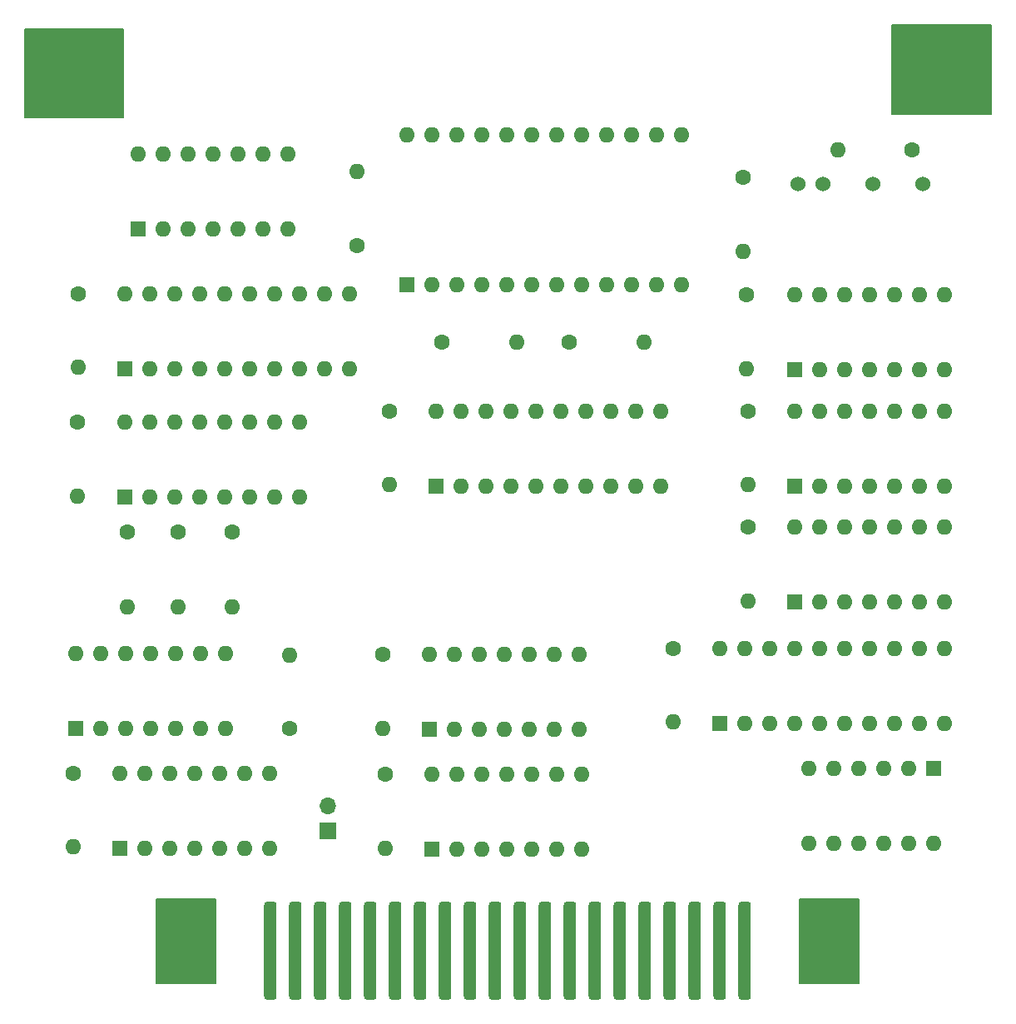
<source format=gbr>
%TF.GenerationSoftware,KiCad,Pcbnew,6.0.9-8da3e8f707~117~ubuntu20.04.1*%
%TF.CreationDate,2023-01-11T13:14:19-05:00*%
%TF.ProjectId,coco9511pak,636f636f-3935-4313-9170-616b2e6b6963,rev?*%
%TF.SameCoordinates,Original*%
%TF.FileFunction,Soldermask,Bot*%
%TF.FilePolarity,Negative*%
%FSLAX46Y46*%
G04 Gerber Fmt 4.6, Leading zero omitted, Abs format (unit mm)*
G04 Created by KiCad (PCBNEW 6.0.9-8da3e8f707~117~ubuntu20.04.1) date 2023-01-11 13:14:19*
%MOMM*%
%LPD*%
G01*
G04 APERTURE LIST*
G04 Aperture macros list*
%AMRoundRect*
0 Rectangle with rounded corners*
0 $1 Rounding radius*
0 $2 $3 $4 $5 $6 $7 $8 $9 X,Y pos of 4 corners*
0 Add a 4 corners polygon primitive as box body*
4,1,4,$2,$3,$4,$5,$6,$7,$8,$9,$2,$3,0*
0 Add four circle primitives for the rounded corners*
1,1,$1+$1,$2,$3*
1,1,$1+$1,$4,$5*
1,1,$1+$1,$6,$7*
1,1,$1+$1,$8,$9*
0 Add four rect primitives between the rounded corners*
20,1,$1+$1,$2,$3,$4,$5,0*
20,1,$1+$1,$4,$5,$6,$7,0*
20,1,$1+$1,$6,$7,$8,$9,0*
20,1,$1+$1,$8,$9,$2,$3,0*%
G04 Aperture macros list end*
%ADD10C,0.150000*%
%ADD11R,1.600000X1.600000*%
%ADD12O,1.600000X1.600000*%
%ADD13C,1.600000*%
%ADD14R,1.700000X1.700000*%
%ADD15O,1.700000X1.700000*%
%ADD16C,1.524000*%
%ADD17RoundRect,0.317500X-0.317500X-4.682500X0.317500X-4.682500X0.317500X4.682500X-0.317500X4.682500X0*%
G04 APERTURE END LIST*
D10*
X95506237Y-162814004D02*
X101475237Y-162814004D01*
X101475237Y-162814004D02*
X101475237Y-171323004D01*
X101475237Y-171323004D02*
X95506237Y-171323004D01*
X95506237Y-171323004D02*
X95506237Y-162814004D01*
G36*
X95506237Y-162814004D02*
G01*
X101475237Y-162814004D01*
X101475237Y-171323004D01*
X95506237Y-171323004D01*
X95506237Y-162814004D01*
G37*
X16637000Y-74295000D02*
X26670000Y-74295000D01*
X26670000Y-74295000D02*
X26670000Y-83312000D01*
X26670000Y-83312000D02*
X16637000Y-83312000D01*
X16637000Y-83312000D02*
X16637000Y-74295000D01*
G36*
X16637000Y-74295000D02*
G01*
X26670000Y-74295000D01*
X26670000Y-83312000D01*
X16637000Y-83312000D01*
X16637000Y-74295000D01*
G37*
X104902000Y-73914000D02*
X114935000Y-73914000D01*
X114935000Y-73914000D02*
X114935000Y-82931000D01*
X114935000Y-82931000D02*
X104902000Y-82931000D01*
X104902000Y-82931000D02*
X104902000Y-73914000D01*
G36*
X104902000Y-73914000D02*
G01*
X114935000Y-73914000D01*
X114935000Y-82931000D01*
X104902000Y-82931000D01*
X104902000Y-73914000D01*
G37*
X30035500Y-162814000D02*
X36004500Y-162814000D01*
X36004500Y-162814000D02*
X36004500Y-171323000D01*
X36004500Y-171323000D02*
X30035500Y-171323000D01*
X30035500Y-171323000D02*
X30035500Y-162814000D01*
G36*
X30035500Y-162814000D02*
G01*
X36004500Y-162814000D01*
X36004500Y-171323000D01*
X30035500Y-171323000D01*
X30035500Y-162814000D01*
G37*
D11*
%TO.C,U7*%
X94976000Y-120767000D03*
D12*
X97516000Y-120767000D03*
X100056000Y-120767000D03*
X102596000Y-120767000D03*
X105136000Y-120767000D03*
X107676000Y-120767000D03*
X110216000Y-120767000D03*
X110216000Y-113147000D03*
X107676000Y-113147000D03*
X105136000Y-113147000D03*
X102596000Y-113147000D03*
X100056000Y-113147000D03*
X97516000Y-113147000D03*
X94976000Y-113147000D03*
%TD*%
D13*
%TO.C,R3*%
X27051000Y-125476000D03*
D12*
X27051000Y-133096000D03*
%TD*%
D11*
%TO.C,U4*%
X94976000Y-132578000D03*
D12*
X97516000Y-132578000D03*
X100056000Y-132578000D03*
X102596000Y-132578000D03*
X105136000Y-132578000D03*
X107676000Y-132578000D03*
X110216000Y-132578000D03*
X110216000Y-124958000D03*
X107676000Y-124958000D03*
X105136000Y-124958000D03*
X102596000Y-124958000D03*
X100056000Y-124958000D03*
X97516000Y-124958000D03*
X94976000Y-124958000D03*
%TD*%
D11*
%TO.C,U11*%
X26787000Y-121910000D03*
D12*
X29327000Y-121910000D03*
X31867000Y-121910000D03*
X34407000Y-121910000D03*
X36947000Y-121910000D03*
X39487000Y-121910000D03*
X42027000Y-121910000D03*
X44567000Y-121910000D03*
X44567000Y-114290000D03*
X42027000Y-114290000D03*
X39487000Y-114290000D03*
X36947000Y-114290000D03*
X34407000Y-114290000D03*
X31867000Y-114290000D03*
X29327000Y-114290000D03*
X26787000Y-114290000D03*
%TD*%
D13*
%TO.C,C8*%
X53086000Y-137922000D03*
D12*
X53086000Y-145422000D03*
%TD*%
D11*
%TO.C,U9*%
X26284000Y-157597000D03*
D12*
X28824000Y-157597000D03*
X31364000Y-157597000D03*
X33904000Y-157597000D03*
X36444000Y-157597000D03*
X38984000Y-157597000D03*
X41524000Y-157597000D03*
X41524000Y-149977000D03*
X38984000Y-149977000D03*
X36444000Y-149977000D03*
X33904000Y-149977000D03*
X31364000Y-149977000D03*
X28824000Y-149977000D03*
X26284000Y-149977000D03*
%TD*%
D13*
%TO.C,R2*%
X32258000Y-125476000D03*
D12*
X32258000Y-133096000D03*
%TD*%
D13*
%TO.C,C4*%
X90201000Y-124968000D03*
D12*
X90201000Y-132468000D03*
%TD*%
D13*
%TO.C,R4*%
X59055000Y-106172000D03*
D12*
X66675000Y-106172000D03*
%TD*%
D11*
%TO.C,X1*%
X28189000Y-94605000D03*
D12*
X30729000Y-94605000D03*
X33269000Y-94605000D03*
X35809000Y-94605000D03*
X38349000Y-94605000D03*
X40889000Y-94605000D03*
X43429000Y-94605000D03*
X43429000Y-86985000D03*
X40889000Y-86985000D03*
X38349000Y-86985000D03*
X35809000Y-86985000D03*
X33269000Y-86985000D03*
X30729000Y-86985000D03*
X28189000Y-86985000D03*
%TD*%
D13*
%TO.C,C14*%
X53340000Y-150114000D03*
D12*
X53340000Y-157614000D03*
%TD*%
D11*
%TO.C,U6*%
X26802000Y-108829000D03*
D12*
X29342000Y-108829000D03*
X31882000Y-108829000D03*
X34422000Y-108829000D03*
X36962000Y-108829000D03*
X39502000Y-108829000D03*
X42042000Y-108829000D03*
X44582000Y-108829000D03*
X47122000Y-108829000D03*
X49662000Y-108829000D03*
X49662000Y-101209000D03*
X47122000Y-101209000D03*
X44582000Y-101209000D03*
X42042000Y-101209000D03*
X39502000Y-101209000D03*
X36962000Y-101209000D03*
X34422000Y-101209000D03*
X31882000Y-101209000D03*
X29342000Y-101209000D03*
X26802000Y-101209000D03*
%TD*%
D11*
%TO.C,SW1*%
X109126000Y-149521500D03*
D12*
X106586000Y-149521500D03*
X104046000Y-149521500D03*
X101506000Y-149521500D03*
X98966000Y-149521500D03*
X96426000Y-149521500D03*
X96426000Y-157141500D03*
X98966000Y-157141500D03*
X101506000Y-157141500D03*
X104046000Y-157141500D03*
X106586000Y-157141500D03*
X109126000Y-157141500D03*
%TD*%
D13*
%TO.C,C2*%
X89693000Y-89408000D03*
D12*
X89693000Y-96908000D03*
%TD*%
D11*
%TO.C,U14*%
X58034000Y-157724000D03*
D12*
X60574000Y-157724000D03*
X63114000Y-157724000D03*
X65654000Y-157724000D03*
X68194000Y-157724000D03*
X70734000Y-157724000D03*
X73274000Y-157724000D03*
X73274000Y-150104000D03*
X70734000Y-150104000D03*
X68194000Y-150104000D03*
X65654000Y-150104000D03*
X63114000Y-150104000D03*
X60574000Y-150104000D03*
X58034000Y-150104000D03*
%TD*%
D14*
%TO.C,JP1*%
X47498000Y-155834000D03*
D15*
X47498000Y-153294000D03*
%TD*%
D16*
%TO.C,U15*%
X95281000Y-90043000D03*
X97821000Y-90043000D03*
X102901000Y-90043000D03*
X107981000Y-90043000D03*
%TD*%
D11*
%TO.C,U13*%
X58425000Y-120767000D03*
D12*
X60965000Y-120767000D03*
X63505000Y-120767000D03*
X66045000Y-120767000D03*
X68585000Y-120767000D03*
X71125000Y-120767000D03*
X73665000Y-120767000D03*
X76205000Y-120767000D03*
X78745000Y-120767000D03*
X81285000Y-120767000D03*
X81285000Y-113147000D03*
X78745000Y-113147000D03*
X76205000Y-113147000D03*
X73665000Y-113147000D03*
X71125000Y-113147000D03*
X68585000Y-113147000D03*
X66045000Y-113147000D03*
X63505000Y-113147000D03*
X60965000Y-113147000D03*
X58425000Y-113147000D03*
%TD*%
D17*
%TO.C,U16*%
X41656000Y-168021000D03*
X44196000Y-168021000D03*
X46736000Y-168021000D03*
X49276000Y-168021000D03*
X51816000Y-168021000D03*
X54356000Y-168021000D03*
X56896000Y-168021000D03*
X59436000Y-168021000D03*
X61976000Y-168021000D03*
X64516000Y-168021000D03*
X67056000Y-168021000D03*
X69596000Y-168021000D03*
X72136000Y-168021000D03*
X74676000Y-168021000D03*
X77216000Y-168021000D03*
X79756000Y-168021000D03*
X82296000Y-168021000D03*
X84836000Y-168021000D03*
X87376000Y-168021000D03*
X89916000Y-168021000D03*
%TD*%
D11*
%TO.C,U8*%
X57780000Y-145532000D03*
D12*
X60320000Y-145532000D03*
X62860000Y-145532000D03*
X65400000Y-145532000D03*
X67940000Y-145532000D03*
X70480000Y-145532000D03*
X73020000Y-145532000D03*
X73020000Y-137912000D03*
X70480000Y-137912000D03*
X67940000Y-137912000D03*
X65400000Y-137912000D03*
X62860000Y-137912000D03*
X60320000Y-137912000D03*
X57780000Y-137912000D03*
%TD*%
D13*
%TO.C,C11*%
X21971000Y-114300000D03*
D12*
X21971000Y-121800000D03*
%TD*%
D11*
%TO.C,U1*%
X94976000Y-108966000D03*
D12*
X97516000Y-108966000D03*
X100056000Y-108966000D03*
X102596000Y-108966000D03*
X105136000Y-108966000D03*
X107676000Y-108966000D03*
X110216000Y-108966000D03*
X110216000Y-101346000D03*
X107676000Y-101346000D03*
X105136000Y-101346000D03*
X102596000Y-101346000D03*
X100056000Y-101346000D03*
X97516000Y-101346000D03*
X94976000Y-101346000D03*
%TD*%
D11*
%TO.C,U12*%
X21839000Y-145405000D03*
D12*
X24379000Y-145405000D03*
X26919000Y-145405000D03*
X29459000Y-145405000D03*
X31999000Y-145405000D03*
X34539000Y-145405000D03*
X37079000Y-145405000D03*
X37079000Y-137785000D03*
X34539000Y-137785000D03*
X31999000Y-137785000D03*
X29459000Y-137785000D03*
X26919000Y-137785000D03*
X24379000Y-137785000D03*
X21839000Y-137785000D03*
%TD*%
D11*
%TO.C,U10*%
X87376000Y-144907000D03*
D12*
X89916000Y-144907000D03*
X92456000Y-144907000D03*
X94996000Y-144907000D03*
X97536000Y-144907000D03*
X100076000Y-144907000D03*
X102616000Y-144907000D03*
X105156000Y-144907000D03*
X107696000Y-144907000D03*
X110236000Y-144907000D03*
X110236000Y-137287000D03*
X107696000Y-137287000D03*
X105156000Y-137287000D03*
X102616000Y-137287000D03*
X100076000Y-137287000D03*
X97536000Y-137287000D03*
X94996000Y-137287000D03*
X92456000Y-137287000D03*
X89916000Y-137287000D03*
X87376000Y-137287000D03*
%TD*%
D13*
%TO.C,C5*%
X50419000Y-96333000D03*
D12*
X50419000Y-88833000D03*
%TD*%
D13*
%TO.C,C10*%
X82581000Y-137287000D03*
D12*
X82581000Y-144787000D03*
%TD*%
D13*
%TO.C,C6*%
X22098000Y-101219000D03*
D12*
X22098000Y-108719000D03*
%TD*%
D13*
%TO.C,C1*%
X90074000Y-101346000D03*
D12*
X90074000Y-108846000D03*
%TD*%
D13*
%TO.C,R1*%
X72009000Y-106172000D03*
D12*
X79629000Y-106172000D03*
%TD*%
D13*
%TO.C,C12*%
X43561000Y-145482000D03*
D12*
X43561000Y-137982000D03*
%TD*%
D13*
%TO.C,C9*%
X21590000Y-149987000D03*
D12*
X21590000Y-157487000D03*
%TD*%
D11*
%TO.C,U5*%
X55499000Y-100330000D03*
D12*
X58039000Y-100330000D03*
X60579000Y-100330000D03*
X63119000Y-100330000D03*
X65659000Y-100330000D03*
X68199000Y-100330000D03*
X70739000Y-100330000D03*
X73279000Y-100330000D03*
X75819000Y-100330000D03*
X78359000Y-100330000D03*
X80899000Y-100330000D03*
X83439000Y-100330000D03*
X83439000Y-85090000D03*
X80899000Y-85090000D03*
X78359000Y-85090000D03*
X75819000Y-85090000D03*
X73279000Y-85090000D03*
X70739000Y-85090000D03*
X68199000Y-85090000D03*
X65659000Y-85090000D03*
X63119000Y-85090000D03*
X60579000Y-85090000D03*
X58039000Y-85090000D03*
X55499000Y-85090000D03*
%TD*%
D13*
%TO.C,C13*%
X53721000Y-113157000D03*
D12*
X53721000Y-120657000D03*
%TD*%
D13*
%TO.C,C7*%
X90201000Y-113157000D03*
D12*
X90201000Y-120657000D03*
%TD*%
D13*
%TO.C,C16*%
X37719000Y-125476000D03*
D12*
X37719000Y-133096000D03*
%TD*%
D13*
%TO.C,C15*%
X106874000Y-86614000D03*
D12*
X99374000Y-86614000D03*
%TD*%
M02*

</source>
